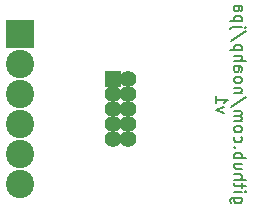
<source format=gbr>
G04 #@! TF.FileFunction,Soldermask,Bot*
%FSLAX46Y46*%
G04 Gerber Fmt 4.6, Leading zero omitted, Abs format (unit mm)*
G04 Created by KiCad (PCBNEW 4.0.0-rc1-stable) date 11/10/2015 10:30:29 PM*
%MOMM*%
G01*
G04 APERTURE LIST*
%ADD10C,0.100000*%
%ADD11C,0.150000*%
%ADD12R,1.400000X1.400000*%
%ADD13C,1.400000*%
%ADD14R,2.400000X2.400000*%
%ADD15C,2.400000*%
G04 APERTURE END LIST*
D10*
D11*
X158723286Y-112552761D02*
X157913762Y-112552761D01*
X157818524Y-112600380D01*
X157770905Y-112647999D01*
X157723286Y-112743238D01*
X157723286Y-112886095D01*
X157770905Y-112981333D01*
X158104238Y-112552761D02*
X158056619Y-112647999D01*
X158056619Y-112838476D01*
X158104238Y-112933714D01*
X158151857Y-112981333D01*
X158247095Y-113028952D01*
X158532810Y-113028952D01*
X158628048Y-112981333D01*
X158675667Y-112933714D01*
X158723286Y-112838476D01*
X158723286Y-112647999D01*
X158675667Y-112552761D01*
X158056619Y-112076571D02*
X158723286Y-112076571D01*
X159056619Y-112076571D02*
X159009000Y-112124190D01*
X158961381Y-112076571D01*
X159009000Y-112028952D01*
X159056619Y-112076571D01*
X158961381Y-112076571D01*
X158723286Y-111743238D02*
X158723286Y-111362286D01*
X159056619Y-111600381D02*
X158199476Y-111600381D01*
X158104238Y-111552762D01*
X158056619Y-111457524D01*
X158056619Y-111362286D01*
X158056619Y-111028952D02*
X159056619Y-111028952D01*
X158056619Y-110600380D02*
X158580429Y-110600380D01*
X158675667Y-110647999D01*
X158723286Y-110743237D01*
X158723286Y-110886095D01*
X158675667Y-110981333D01*
X158628048Y-111028952D01*
X158723286Y-109695618D02*
X158056619Y-109695618D01*
X158723286Y-110124190D02*
X158199476Y-110124190D01*
X158104238Y-110076571D01*
X158056619Y-109981333D01*
X158056619Y-109838475D01*
X158104238Y-109743237D01*
X158151857Y-109695618D01*
X158056619Y-109219428D02*
X159056619Y-109219428D01*
X158675667Y-109219428D02*
X158723286Y-109124190D01*
X158723286Y-108933713D01*
X158675667Y-108838475D01*
X158628048Y-108790856D01*
X158532810Y-108743237D01*
X158247095Y-108743237D01*
X158151857Y-108790856D01*
X158104238Y-108838475D01*
X158056619Y-108933713D01*
X158056619Y-109124190D01*
X158104238Y-109219428D01*
X158151857Y-108314666D02*
X158104238Y-108267047D01*
X158056619Y-108314666D01*
X158104238Y-108362285D01*
X158151857Y-108314666D01*
X158056619Y-108314666D01*
X158104238Y-107409904D02*
X158056619Y-107505142D01*
X158056619Y-107695619D01*
X158104238Y-107790857D01*
X158151857Y-107838476D01*
X158247095Y-107886095D01*
X158532810Y-107886095D01*
X158628048Y-107838476D01*
X158675667Y-107790857D01*
X158723286Y-107695619D01*
X158723286Y-107505142D01*
X158675667Y-107409904D01*
X158056619Y-106838476D02*
X158104238Y-106933714D01*
X158151857Y-106981333D01*
X158247095Y-107028952D01*
X158532810Y-107028952D01*
X158628048Y-106981333D01*
X158675667Y-106933714D01*
X158723286Y-106838476D01*
X158723286Y-106695618D01*
X158675667Y-106600380D01*
X158628048Y-106552761D01*
X158532810Y-106505142D01*
X158247095Y-106505142D01*
X158151857Y-106552761D01*
X158104238Y-106600380D01*
X158056619Y-106695618D01*
X158056619Y-106838476D01*
X158056619Y-106076571D02*
X158723286Y-106076571D01*
X158628048Y-106076571D02*
X158675667Y-106028952D01*
X158723286Y-105933714D01*
X158723286Y-105790856D01*
X158675667Y-105695618D01*
X158580429Y-105647999D01*
X158056619Y-105647999D01*
X158580429Y-105647999D02*
X158675667Y-105600380D01*
X158723286Y-105505142D01*
X158723286Y-105362285D01*
X158675667Y-105267047D01*
X158580429Y-105219428D01*
X158056619Y-105219428D01*
X159104238Y-104028952D02*
X157818524Y-104886095D01*
X158723286Y-103695619D02*
X158056619Y-103695619D01*
X158628048Y-103695619D02*
X158675667Y-103648000D01*
X158723286Y-103552762D01*
X158723286Y-103409904D01*
X158675667Y-103314666D01*
X158580429Y-103267047D01*
X158056619Y-103267047D01*
X158056619Y-102648000D02*
X158104238Y-102743238D01*
X158151857Y-102790857D01*
X158247095Y-102838476D01*
X158532810Y-102838476D01*
X158628048Y-102790857D01*
X158675667Y-102743238D01*
X158723286Y-102648000D01*
X158723286Y-102505142D01*
X158675667Y-102409904D01*
X158628048Y-102362285D01*
X158532810Y-102314666D01*
X158247095Y-102314666D01*
X158151857Y-102362285D01*
X158104238Y-102409904D01*
X158056619Y-102505142D01*
X158056619Y-102648000D01*
X158056619Y-101457523D02*
X158580429Y-101457523D01*
X158675667Y-101505142D01*
X158723286Y-101600380D01*
X158723286Y-101790857D01*
X158675667Y-101886095D01*
X158104238Y-101457523D02*
X158056619Y-101552761D01*
X158056619Y-101790857D01*
X158104238Y-101886095D01*
X158199476Y-101933714D01*
X158294714Y-101933714D01*
X158389952Y-101886095D01*
X158437571Y-101790857D01*
X158437571Y-101552761D01*
X158485190Y-101457523D01*
X158056619Y-100981333D02*
X159056619Y-100981333D01*
X158056619Y-100552761D02*
X158580429Y-100552761D01*
X158675667Y-100600380D01*
X158723286Y-100695618D01*
X158723286Y-100838476D01*
X158675667Y-100933714D01*
X158628048Y-100981333D01*
X158723286Y-100076571D02*
X157723286Y-100076571D01*
X158675667Y-100076571D02*
X158723286Y-99981333D01*
X158723286Y-99790856D01*
X158675667Y-99695618D01*
X158628048Y-99647999D01*
X158532810Y-99600380D01*
X158247095Y-99600380D01*
X158151857Y-99647999D01*
X158104238Y-99695618D01*
X158056619Y-99790856D01*
X158056619Y-99981333D01*
X158104238Y-100076571D01*
X159104238Y-98457523D02*
X157818524Y-99314666D01*
X158723286Y-98124190D02*
X157866143Y-98124190D01*
X157770905Y-98171809D01*
X157723286Y-98267047D01*
X157723286Y-98314666D01*
X159056619Y-98124190D02*
X159009000Y-98171809D01*
X158961381Y-98124190D01*
X159009000Y-98076571D01*
X159056619Y-98124190D01*
X158961381Y-98124190D01*
X158723286Y-97648000D02*
X157723286Y-97648000D01*
X158675667Y-97648000D02*
X158723286Y-97552762D01*
X158723286Y-97362285D01*
X158675667Y-97267047D01*
X158628048Y-97219428D01*
X158532810Y-97171809D01*
X158247095Y-97171809D01*
X158151857Y-97219428D01*
X158104238Y-97267047D01*
X158056619Y-97362285D01*
X158056619Y-97552762D01*
X158104238Y-97648000D01*
X158056619Y-96314666D02*
X158580429Y-96314666D01*
X158675667Y-96362285D01*
X158723286Y-96457523D01*
X158723286Y-96648000D01*
X158675667Y-96743238D01*
X158104238Y-96314666D02*
X158056619Y-96409904D01*
X158056619Y-96648000D01*
X158104238Y-96743238D01*
X158199476Y-96790857D01*
X158294714Y-96790857D01*
X158389952Y-96743238D01*
X158437571Y-96648000D01*
X158437571Y-96409904D01*
X158485190Y-96314666D01*
X157173286Y-105362286D02*
X156506619Y-105124191D01*
X157173286Y-104886095D01*
X156506619Y-103981333D02*
X156506619Y-104552762D01*
X156506619Y-104267048D02*
X157506619Y-104267048D01*
X157363762Y-104362286D01*
X157268524Y-104457524D01*
X157220905Y-104552762D01*
D12*
X147828000Y-102489000D03*
D13*
X149098000Y-102489000D03*
X147828000Y-103759000D03*
X149098000Y-103759000D03*
X147828000Y-105029000D03*
X149098000Y-105029000D03*
X147828000Y-106299000D03*
X149098000Y-106299000D03*
X147828000Y-107569000D03*
X149098000Y-107569000D03*
D14*
X139954000Y-98679000D03*
D15*
X139954000Y-101219000D03*
X139954000Y-103759000D03*
X139954000Y-106299000D03*
X139954000Y-108839000D03*
X139954000Y-111379000D03*
M02*

</source>
